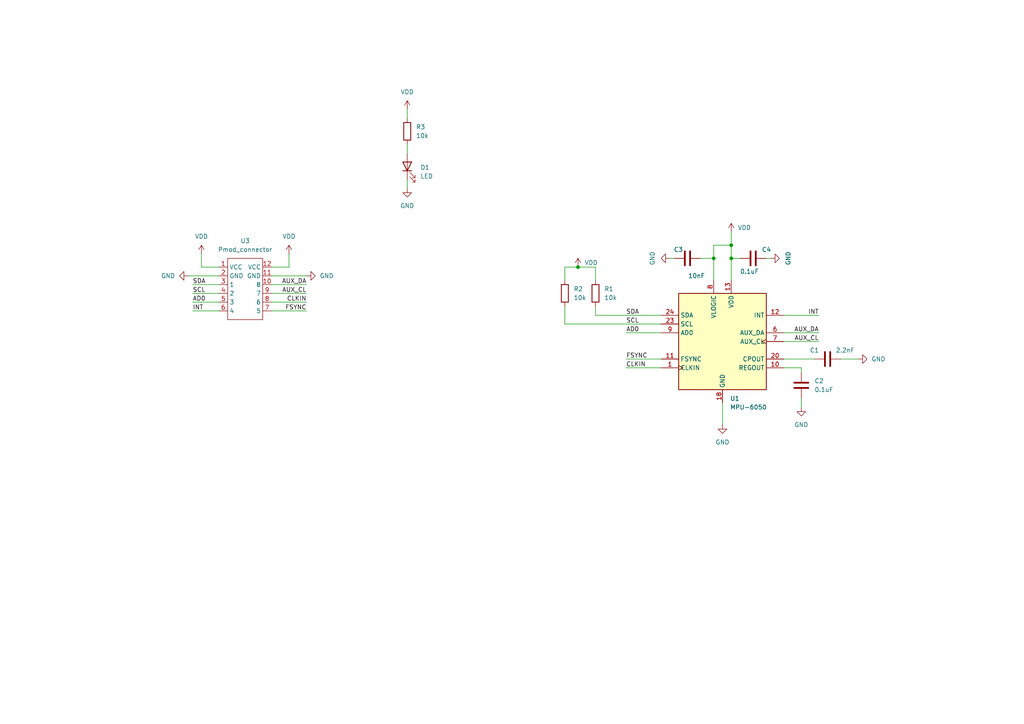
<source format=kicad_sch>
(kicad_sch (version 20230121) (generator eeschema)
  (paper "A4")
  (lib_symbols
    (symbol "Device:C" (pin_numbers hide) (pin_names (offset 0.254))
      (property "Reference" "C" (at 0.635 2.54 0))
      (property "Value" "C" (at 0.635 -2.54 0))
      (symbol "C_0_1"
        (polyline (pts (xy -2.032 -0.762) (xy 2.032 -0.762)) (stroke (width 0.508)))
        (polyline (pts (xy -2.032 0.762) (xy 2.032 0.762)) (stroke (width 0.508)))
      )
      (symbol "C_1_1"
        (pin passive line (at 0 3.81 270) (length 2.794) (name "~") (number "1"))
        (pin passive line (at 0 -3.81 90) (length 2.794) (name "~") (number "2"))
      )
    )
    (symbol "Device:LED" (pin_numbers hide) (pin_names (offset 1.016) hide)
      (property "Reference" "D" (at 0 2.54 0))
      (property "Value" "LED" (at 0 -2.54 0))
      (symbol "LED_0_1"
        (polyline (pts (xy -1.27 -1.27) (xy -1.27 1.27)) (stroke (width 0.254)))
        (polyline (pts (xy -1.27 0) (xy 1.27 0)))
        (polyline (pts (xy 1.27 -1.27) (xy 1.27 1.27) (xy -1.27 0) (xy 1.27 -1.27)) (stroke (width 0.254)))
        (polyline (pts (xy -3.048 -0.762) (xy -4.572 -2.286) (xy -3.81 -2.286) (xy -4.572 -2.286) (xy -4.572 -1.524)))
        (polyline (pts (xy -1.778 -0.762) (xy -3.302 -2.286) (xy -2.54 -2.286) (xy -3.302 -2.286) (xy -3.302 -1.524)))
      )
      (symbol "LED_1_1"
        (pin passive line (at -3.81 0 0) (length 2.54) (name "K") (number "1"))
        (pin passive line (at 3.81 0 180) (length 2.54) (name "A") (number "2"))
      )
    )
    (symbol "Device:R" (pin_numbers hide) (pin_names (offset 0))
      (property "Reference" "R" (at 2.032 0 90))
      (property "Value" "R" (at 0 0 90))
      (symbol "R_0_1"
        (rectangle (start -1.016 -2.54) (end 1.016 2.54) (stroke (width 0.254)))
      )
      (symbol "R_1_1"
        (pin passive line (at 0 3.81 270) (length 1.27) (name "~") (number "1"))
        (pin passive line (at 0 -3.81 90) (length 1.27) (name "~") (number "2"))
      )
    )
    (symbol "Pmod:Pmod_connector"
      (property "Reference" "U" (at -5.08 13.97 0))
      (property "Value" "Pmod_connector" (at 0 -6.35 0))
      (symbol "Pmod_connector_0_1"
        (rectangle (start -5.08 12.7) (end 5.08 -5.08))
      )
      (symbol "Pmod_connector_1_1"
        (pin power_in line (at -7.62 10.16 0) (length 2.54) (name "VCC") (number "1"))
        (pin bidirectional line (at 7.62 5.08 180) (length 2.54) (name "8") (number "10"))
        (pin power_in line (at 7.62 7.62 180) (length 2.54) (name "GND") (number "11"))
        (pin power_in line (at 7.62 10.16 180) (length 2.54) (name "VCC") (number "12"))
        (pin power_in line (at -7.62 7.62 0) (length 2.54) (name "GND") (number "2"))
        (pin bidirectional line (at -7.62 5.08 0) (length 2.54) (name "1") (number "3"))
        (pin bidirectional line (at -7.62 2.54 0) (length 2.54) (name "2") (number "4"))
        (pin bidirectional line (at -7.62 0 0) (length 2.54) (name "3") (number "5"))
        (pin bidirectional line (at -7.62 -2.54 0) (length 2.54) (name "4") (number "6"))
        (pin bidirectional line (at 7.62 -2.54 180) (length 2.54) (name "5") (number "7"))
        (pin bidirectional line (at 7.62 0 180) (length 2.54) (name "6") (number "8"))
        (pin bidirectional line (at 7.62 2.54 180) (length 2.54) (name "7") (number "9"))
      )
    )
    (symbol "Sensor_Motion:MPU-6050"
      (property "Reference" "U" (at -11.43 13.97 0))
      (property "Value" "MPU-6050" (at 7.62 -15.24 0))
      (symbol "MPU-6050_0_0"
        (text "" (at 12.7 -2.54 0) (effects (font (size 1.27 1.27))))
      )
      (symbol "MPU-6050_0_1"
        (rectangle (start -12.7 13.97) (end 12.7 -13.97) (stroke (width 0.254)) (fill (type background)))
      )
      (symbol "MPU-6050_1_1"
        (pin input clock (at -17.78 -7.62 0) (length 5.08) (name "CLKIN") (number "1"))
        (pin passive line (at 17.78 -7.62 180) (length 5.08) (name "REGOUT") (number "10"))
        (pin input line (at -17.78 -5.08 0) (length 5.08) (name "FSYNC") (number "11"))
        (pin output line (at 17.78 7.62 180) (length 5.08) (name "INT") (number "12"))
        (pin power_in line (at 2.54 17.78 270) (length 3.81) (name "VDD") (number "13"))
        (pin no_connect line (at -12.7 -10.16 0) (length 2.54) hide (name "NC") (number "14"))
        (pin no_connect line (at 12.7 12.7 180) (length 2.54) hide (name "NC") (number "15"))
        (pin no_connect line (at 12.7 10.16 180) (length 2.54) hide (name "NC") (number "16"))
        (pin no_connect line (at 12.7 5.08 180) (length 2.54) hide (name "NC") (number "17"))
        (pin power_in line (at 0 -17.78 90) (length 3.81) (name "GND") (number "18"))
        (pin no_connect line (at 12.7 -10.16 180) (length 2.54) hide (name "RESV") (number "19"))
        (pin no_connect line (at -12.7 12.7 0) (length 2.54) hide (name "NC") (number "2"))
        (pin passive line (at 17.78 -5.08 180) (length 5.08) (name "CPOUT") (number "20"))
        (pin no_connect line (at 12.7 -2.54 180) (length 2.54) hide (name "RESV") (number "21"))
        (pin no_connect line (at 12.7 -12.7 180) (length 2.54) hide (name "RESV") (number "22"))
        (pin input line (at -17.78 5.08 0) (length 5.08) (name "SCL") (number "23"))
        (pin bidirectional line (at -17.78 7.62 0) (length 5.08) (name "SDA") (number "24"))
        (pin no_connect line (at -12.7 10.16 0) (length 2.54) hide (name "NC") (number "3"))
        (pin no_connect line (at -12.7 0 0) (length 2.54) hide (name "NC") (number "4"))
        (pin no_connect line (at -12.7 -2.54 0) (length 2.54) hide (name "NC") (number "5"))
        (pin bidirectional line (at 17.78 2.54 180) (length 5.08) (name "AUX_DA") (number "6"))
        (pin output clock (at 17.78 0 180) (length 5.08) (name "AUX_CL") (number "7"))
        (pin power_in line (at -2.54 17.78 270) (length 3.81) (name "VLOGIC") (number "8"))
        (pin input line (at -17.78 2.54 0) (length 5.08) (name "AD0") (number "9"))
      )
    )
    (symbol "power:GND" (power) (pin_names (offset 0))
      (property "Value" "GND" (at 0 -3.81 0))
      (symbol "GND_0_1"
        (polyline (pts (xy 0 0) (xy 0 -1.27) (xy 1.27 -1.27) (xy 0 -2.54) (xy -1.27 -1.27) (xy 0 -1.27)))
      )
      (symbol "GND_1_1"
        (pin power_in line (at 0 0 270) (length 0) hide (name "GND") (number "1"))
      )
    )
    (symbol "power:VDD" (power) (pin_names (offset 0))
      (property "Value" "VDD" (at 0 3.81 0))
      (symbol "VDD_0_1"
        (polyline (pts (xy -0.762 1.27) (xy 0 2.54)))
        (polyline (pts (xy 0 0) (xy 0 2.54)))
        (polyline (pts (xy 0 2.54) (xy 0.762 1.27)))
      )
      (symbol "VDD_1_1"
        (pin power_in line (at 0 0 90) (length 0) hide (name "VDD") (number "1"))
      )
    )
  )
  (junction (at 212.09 74.93))
  (junction (at 212.09 71.12))
  (junction (at 167.64 77.47))
  (junction (at 207.01 74.93))
  (wire (pts (xy 118.11 41.91) (xy 118.11 44.45)))
  (wire (pts (xy 78.74 80.01) (xy 88.9 80.01)))
  (wire (pts (xy 58.42 77.47) (xy 63.5 77.47)))
  (wire (pts (xy 232.41 115.57) (xy 232.41 118.11)))
  (wire (pts (xy 172.72 91.44) (xy 172.72 88.9)))
  (wire (pts (xy 88.9 87.63) (xy 78.74 87.63)))
  (wire (pts (xy 167.64 77.47) (xy 172.72 77.47)))
  (wire (pts (xy 88.9 90.17) (xy 78.74 90.17)))
  (wire (pts (xy 83.82 77.47) (xy 83.82 73.66)))
  (wire (pts (xy 78.74 85.09) (xy 88.9 85.09)))
  (wire (pts (xy 55.88 87.63) (xy 63.5 87.63)))
  (wire (pts (xy 163.83 77.47) (xy 163.83 81.28)))
  (wire (pts (xy 78.74 82.55) (xy 88.9 82.55)))
  (wire (pts (xy 227.33 91.44) (xy 237.49 91.44)))
  (wire (pts (xy 172.72 77.47) (xy 172.72 81.28)))
  (wire (pts (xy 223.52 74.93) (xy 222.25 74.93)))
  (wire (pts (xy 55.88 90.17) (xy 63.5 90.17)))
  (wire (pts (xy 194.31 74.93) (xy 195.58 74.93)))
  (wire (pts (xy 181.61 106.68) (xy 191.77 106.68)))
  (wire (pts (xy 163.83 77.47) (xy 167.64 77.47)))
  (wire (pts (xy 227.33 106.68) (xy 232.41 106.68)))
  (wire (pts (xy 181.61 104.14) (xy 191.77 104.14)))
  (wire (pts (xy 227.33 96.52) (xy 237.49 96.52)))
  (wire (pts (xy 58.42 73.66) (xy 58.42 77.47)))
  (wire (pts (xy 78.74 77.47) (xy 83.82 77.47)))
  (wire (pts (xy 118.11 52.07) (xy 118.11 54.61)))
  (wire (pts (xy 209.55 116.84) (xy 209.55 123.19)))
  (wire (pts (xy 207.01 71.12) (xy 207.01 74.93)))
  (wire (pts (xy 243.84 104.14) (xy 248.92 104.14)))
  (wire (pts (xy 55.88 85.09) (xy 63.5 85.09)))
  (wire (pts (xy 203.2 74.93) (xy 207.01 74.93)))
  (wire (pts (xy 207.01 74.93) (xy 207.01 81.28)))
  (wire (pts (xy 227.33 99.06) (xy 237.49 99.06)))
  (wire (pts (xy 118.11 31.75) (xy 118.11 34.29)))
  (wire (pts (xy 163.83 93.98) (xy 191.77 93.98)))
  (wire (pts (xy 227.33 104.14) (xy 236.22 104.14)))
  (wire (pts (xy 207.01 71.12) (xy 212.09 71.12)))
  (wire (pts (xy 181.61 96.52) (xy 191.77 96.52)))
  (wire (pts (xy 212.09 67.31) (xy 212.09 71.12)))
  (wire (pts (xy 54.61 80.01) (xy 63.5 80.01)))
  (wire (pts (xy 55.88 82.55) (xy 63.5 82.55)))
  (wire (pts (xy 163.83 93.98) (xy 163.83 88.9)))
  (wire (pts (xy 212.09 71.12) (xy 212.09 74.93)))
  (wire (pts (xy 212.09 74.93) (xy 212.09 81.28)))
  (wire (pts (xy 212.09 74.93) (xy 214.63 74.93)))
  (wire (pts (xy 172.72 91.44) (xy 191.77 91.44)))
  (wire (pts (xy 232.41 106.68) (xy 232.41 107.95)))
  (label "AD0" (at 181.61 96.52 0))
  (label "AUX_DA" (at 88.9 82.55 180))
  (label "SCL" (at 55.88 85.09 0))
  (label "CLKIN" (at 181.61 106.68 0))
  (label "AUX_CL" (at 88.9 85.09 180))
  (label "FSYNC" (at 181.61 104.14 0))
  (label "FSYNC" (at 88.9 90.17 180))
  (label "INT" (at 55.88 90.17 0))
  (label "SDA" (at 55.88 82.55 0))
  (label "CLKIN" (at 88.9 87.63 180))
  (label "AUX_CL" (at 237.49 99.06 180))
  (label "AUX_DA" (at 237.49 96.52 180))
  (label "INT" (at 237.49 91.44 180))
  (label "AD0" (at 55.88 87.63 0))
  (label "SDA" (at 181.61 91.44 0))
  (label "SCL" (at 181.61 93.98 0))
  (symbol (lib_id "power:GND") (at 54.61 80.01 270) (unit 1)
    (property "Reference" "#PWR010" (effects hide))
    (property "Value" "GND" (at 50.8 80.01 90) (effects (justify right)))
  )
  (symbol (lib_id "power:GND") (at 88.9 80.01 90) (unit 1)
    (property "Reference" "#PWR09" (effects hide))
    (property "Value" "GND" (at 92.71 80.01 90) (effects (justify right)))
  )
  (symbol (lib_id "Device:C") (at 199.39 74.93 270) (unit 1)
    (property "Reference" "C3" (at 198.12 72.39 90) (effects (justify right)))
    (property "Value" "10nF" (at 204.47 80.01 90) (effects (justify right)))
    (property "Footprint" "Capacitor_SMD:C_0805_2012Metric_Pad1.18x1.45mm_HandSolder" (effects hide))
  )
  (symbol (lib_id "Device:C") (at 218.44 74.93 90) (unit 1)
    (property "Reference" "C4" (at 220.98 72.39 90) (effects (justify right)))
    (property "Value" "0.1uF" (at 214.63 78.74 90) (effects (justify right)))
    (property "Footprint" "Capacitor_SMD:C_0805_2012Metric_Pad1.18x1.45mm_HandSolder" (effects hide))
  )
  (symbol (lib_id "power:VDD") (at 83.82 73.66 0) (unit 1)
    (property "Reference" "#PWR07" (effects hide))
    (property "Value" "VDD" (at 83.82 68.58 0))
  )
  (symbol (lib_id "Device:C") (at 240.03 104.14 90) (unit 1)
    (property "Reference" "C1" (at 236.22 101.6 90))
    (property "Value" "2.2nF" (at 245.11 101.6 90))
    (property "Footprint" "Capacitor_SMD:C_0805_2012Metric_Pad1.18x1.45mm_HandSolder" (effects hide))
  )
  (symbol (lib_id "power:GND") (at 118.11 54.61 0) (unit 1)
    (property "Reference" "#PWR012" (effects hide))
    (property "Value" "GND" (at 118.11 59.69 0))
  )
  (symbol (lib_id "power:GND") (at 209.55 123.19 0) (unit 1)
    (property "Reference" "#PWR02" (effects hide))
    (property "Value" "GND" (at 209.55 128.27 0))
  )
  (symbol (lib_id "power:VDD") (at 167.64 77.47 0) (unit 1)
    (property "Reference" "#PWR013" (effects hide))
    (property "Value" "VDD" (at 171.45 76.2 0))
  )
  (symbol (lib_id "Device:R") (at 118.11 38.1 0) (unit 1)
    (property "Reference" "R3" (at 120.65 36.83 0) (effects (justify left)))
    (property "Value" "10k" (at 120.65 39.37 0) (effects (justify left)))
    (property "Footprint" "Resistor_SMD:R_0805_2012Metric_Pad1.20x1.40mm_HandSolder" (effects hide))
  )
  (symbol (lib_id "power:VDD") (at 118.11 31.75 0) (unit 1)
    (property "Reference" "#PWR011" (effects hide))
    (property "Value" "VDD" (at 118.11 26.67 0))
  )
  (symbol (lib_id "Device:C") (at 232.41 111.76 180) (unit 1)
    (property "Reference" "C2" (at 236.22 110.49 0) (effects (justify right)))
    (property "Value" "0.1uF" (at 236.22 113.03 0) (effects (justify right)))
    (property "Footprint" "Capacitor_SMD:C_0805_2012Metric_Pad1.18x1.45mm_HandSolder" (effects hide))
  )
  (symbol (lib_id "Device:LED") (at 118.11 48.26 90) (unit 1)
    (property "Reference" "D1" (at 121.92 48.5775 90) (effects (justify right)))
    (property "Value" "LED" (at 121.92 51.1175 90) (effects (justify right)))
    (property "Footprint" "LED_SMD:LED_0805_2012Metric_Pad1.15x1.40mm_HandSolder" (effects hide))
  )
  (symbol (lib_id "power:GND") (at 232.41 118.11 0) (unit 1)
    (property "Reference" "#PWR04" (effects hide))
    (property "Value" "GND" (at 232.41 123.19 0))
  )
  (symbol (lib_id "power:VDD") (at 58.42 73.66 0) (unit 1)
    (property "Reference" "#PWR08" (effects hide))
    (property "Value" "VDD" (at 58.42 68.58 0))
  )
  (symbol (lib_id "power:VDD") (at 212.09 67.31 0) (unit 1)
    (property "Reference" "#PWR01" (effects hide))
    (property "Value" "VDD" (at 215.9 66.04 0))
  )
  (symbol (lib_id "Pmod:Pmod_connector") (at 71.12 87.63 0) (unit 1)
    (property "Reference" "U3" (at 71.12 69.85 0))
    (property "Value" "Pmod_connector" (at 71.12 72.39 0))
    (property "Footprint" "Pmod:PMOD_EXTENSION_BOARD" (effects hide))
  )
  (symbol (lib_id "power:GND") (at 248.92 104.14 90) (unit 1)
    (property "Reference" "#PWR05" (effects hide))
    (property "Value" "GND" (at 252.73 104.14 90) (effects (justify right)))
  )
  (symbol (lib_id "power:GND") (at 194.31 74.93 270) (unit 1)
    (property "Reference" "#PWR03" (effects hide))
    (property "Value" "GND" (at 189.23 74.93 0))
  )
  (symbol (lib_id "Sensor_Motion:MPU-6050") (at 209.55 99.06 0) (unit 1)
    (property "Reference" "U1" (at 211.7441 115.57 0) (effects (justify left)))
    (property "Value" "MPU-6050" (at 211.7441 118.11 0) (effects (justify left)))
    (property "Footprint" "Sensor_Motion:InvenSense_QFN-24_4x4mm_P0.5mm" (effects hide))
    (property "Datasheet" "https://invensense.tdk.com/wp-content/uploads/2015/02/MPU-6000-Datasheet1.pdf" (effects hide))
  )
  (symbol (lib_id "Device:R") (at 163.83 85.09 0) (unit 1)
    (property "Reference" "R2" (at 166.37 83.82 0) (effects (justify left)))
    (property "Value" "10k" (at 166.37 86.36 0) (effects (justify left)))
    (property "Footprint" "Resistor_SMD:R_0805_2012Metric_Pad1.20x1.40mm_HandSolder" (effects hide))
  )
  (symbol (lib_id "Device:R") (at 172.72 85.09 0) (unit 1)
    (property "Reference" "R1" (at 175.26 83.82 0) (effects (justify left)))
    (property "Value" "10k" (at 175.26 86.36 0) (effects (justify left)))
    (property "Footprint" "Resistor_SMD:R_0805_2012Metric_Pad1.20x1.40mm_HandSolder" (effects hide))
  )
  (symbol (lib_id "power:GND") (at 223.52 74.93 90) (unit 1)
    (property "Reference" "#PWR06" (effects hide))
    (property "Value" "GND" (at 228.6 74.93 0))
  )
)
</source>
